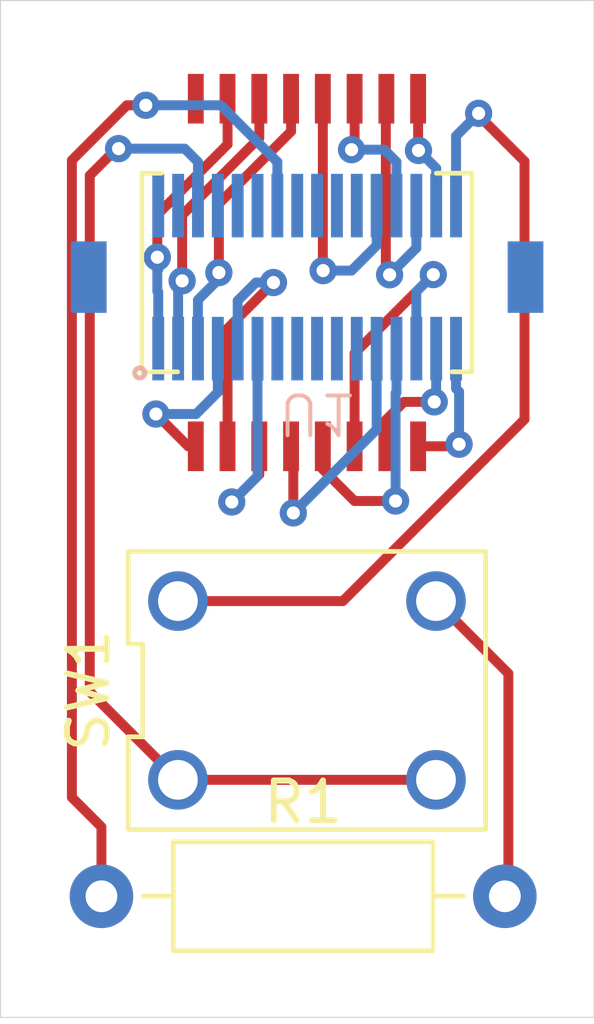
<source format=kicad_pcb>
(kicad_pcb (version 20221018) (generator pcbnew)
  (title_block (title "Button + LCD Screen") (comment 4 "Author: Alex Goodman"))
  (layers (0 "F.Cu" signal) (31 "B.Cu" signal) (34 "B.Paste" user) (35 "F.Paste" user) (36 "B.SilkS" user "B.Silkscreen") (37 "F.SilkS" user "F.Silkscreen") (38 "B.Mask" user) (39 "F.Mask" user) (44 "Edge.Cuts" user))
  (net 0 "")
  (net 1 "Net-(U1-IO5)")
  (net 2 "Net-(U1-IO6)")
  (net 3 "Net-(U1-IO7)")
  (net 4 "Net-(U1-IO8)")
  (net 5 "Net-(U1-IO9)")
  (net 6 "Net-(U1-AD0)")
  (net 7 "Net-(U1-AD1)")
  (net 8 "Net-(U1-AD2)")
  (net 10 "Net-(U1-IO0)")
  (net 11 "Net-(U1-IO3)")
  (net 12 "Net-(U1-IO2)")
  (net 13 "Net-(U1-IO1)")
  (net 14 "Net-(U1-AD3)")
  (net 15 "Net-(U1-AD4{slash}SDA)")
  (net 16 "Net-(U1-AD5{slash}SCL)")
  (net 17 "Net-(U1-3V3)")
  (net 18 "Net-(SW1-K)")
  (net 19 "Net-(SW1-A)")
  (net 26 "Net-(R1-Pad1)")
  (footprint "v3 - habit pcb:DIP-4_177" (layer "F.Cu") (at 158.6932 86.9696)
    (fp_text reference "SW1" (at -5.5 0 90) (layer "F.SilkS"))
    (fp_text value "SW_MEC_5E")
    (fp_line (start -4.5 -3.5) (end -4.5 -1.166666) (stroke (width 0.12)) (layer "F.SilkS"))
    (fp_line (start -4.5 -1.166666) (end -4.14 -1.166666) (stroke (width 0.12)) (layer "F.SilkS"))
    (fp_line (start -4.5 1.166666) (end -4.5 3.499999) (stroke (width 0.12)) (layer "F.SilkS"))
    (fp_line (start -4.5 3.499999) (end 4.5 3.5) (stroke (width 0.12)) (layer "F.SilkS"))
    (fp_line (start -4.14 -1.166666) (end -4.14 1.166666) (stroke (width 0.12)) (layer "F.SilkS"))
    (fp_line (start -4.14 1.166666) (end -4.5 1.166666) (stroke (width 0.12)) (layer "F.SilkS"))
    (fp_line (start 4.5 -3.499999) (end -4.5 -3.5) (stroke (width 0.12)) (layer "F.SilkS"))
    (fp_line (start 4.5 3.5) (end 4.5 -3.499999) (stroke (width 0.12)) (layer "F.SilkS"))
    (pad "1" thru_hole circle (at -3.25 2.25) (size 1.5 1.5) (drill 1) (layers "*.Cu" "*.Mask") (net 17 "Net-(U1-3V3)"))
    (pad "2" thru_hole circle (at 3.25 2.25) (size 1.5 1.5) (drill 1) (layers "*.Cu" "*.Mask") (net 17 "Net-(U1-3V3)"))
    (pad "3" thru_hole circle (at 3.25 -2.25) (size 1.5 1.5) (drill 1) (layers "*.Cu" "*.Mask") (net 18 "Net-(SW1-K)"))
    (pad "4" thru_hole circle (at -3.25 -2.25) (size 1.5 1.5) (drill 1) (layers "*.Cu" "*.Mask") (net 19 "Net-(SW1-A)"))
  )
  (footprint "Resistor_THT:R_Axial_DIN0207_L6.3mm_D2.5mm_P10.16mm_Horizontal" (layer "F.Cu") (at 153.5176 92.1512)
    (fp_text reference "R1" (at 5.08 -2.37) (layer "F.SilkS"))
    (fp_text value "100")
    (fp_line (start 1.04 0) (end 1.81 0) (stroke (width 0.12)) (layer "F.SilkS"))
    (fp_line (start 1.81 -1.37) (end 1.81 1.37) (stroke (width 0.12)) (layer "F.SilkS"))
    (fp_line (start 1.81 1.37) (end 8.35 1.37) (stroke (width 0.12)) (layer "F.SilkS"))
    (fp_line (start 8.35 -1.37) (end 1.81 -1.37) (stroke (width 0.12)) (layer "F.SilkS"))
    (fp_line (start 8.35 1.37) (end 8.35 -1.37) (stroke (width 0.12)) (layer "F.SilkS"))
    (fp_line (start 9.12 0) (end 8.35 0) (stroke (width 0.12)) (layer "F.SilkS"))
    (pad "1" thru_hole circle (at 0 0) (size 1.6 1.6) (drill 0.8) (layers "*.Cu" "*.Mask") (net 26 "Net-(R1-Pad1)"))
    (pad "2" thru_hole oval (at 10.16 0) (size 1.6 1.6) (drill 0.8) (layers "*.Cu" "*.Mask") (net 18 "Net-(SW1-K)"))
  )
  (footprint "v3 - habit pcb:32PinConnector" (layer "F.Cu") (at 158.96705 74.62635 180)
    (fp_text reference "U1" (at 0 -5.3748 180 unlocked) (layer "B.SilkS") (effects (font (thickness 0.1)) (justify mirror)))
    (fp_text value "~" hide)
    (fp_circle (center 4.4852 -4.3503) (end 4.3582 -4.3503) (stroke (width 0.127)) (fill none) (layer "B.SilkS"))
    (pad "1" smd rect (at 4.0188 -3.7374 180) (size 0.3 1.6) (layers "B.Cu" "B.Mask") (net 16 "Net-(U1-AD5{slash}SCL)"))
    (pad "2" smd rect (at 4.0188 -0.1372 180) (size 0.3 1.6) (layers "B.Cu" "B.Mask"))
    (pad "3" smd rect (at 3.5188 -3.7374 180) (size 0.3 1.6) (layers "B.Cu" "B.Mask") (net 15 "Net-(U1-AD4{slash}SDA)"))
    (pad "4" smd rect (at 3.5188 -0.1372 180) (size 0.3 1.6) (layers "B.Cu" "B.Mask"))
    (pad "5" smd rect (at 3.0188 -3.7374 180) (size 0.3 1.6) (layers "B.Cu" "B.Mask") (net 14 "Net-(U1-AD3)"))
    (pad "6" smd rect (at 3.0188 -0.1372 180) (size 0.3 1.6) (layers "B.Cu" "B.Mask") (net 17 "Net-(U1-3V3)"))
    (pad "7" smd rect (at 2.5188 -3.7374 180) (size 0.3 1.6) (layers "B.Cu" "B.Mask") (net 8 "Net-(U1-AD2)"))
    (pad "8" smd rect (at 2.5188 -0.1372 180) (size 0.3 1.6) (layers "B.Cu" "B.Mask"))
    (pad "9" smd rect (at 2.0188 -3.7374 180) (size 0.3 1.6) (layers "B.Cu" "B.Mask") (net 7 "Net-(U1-AD1)"))
    (pad "10" smd rect (at 2.0188 -0.1372 180) (size 0.3 1.6) (layers "B.Cu" "B.Mask"))
    (pad "11" smd rect (at 1.5188 -3.7374 180) (size 0.3 1.6) (layers "B.Cu" "B.Mask") (net 6 "Net-(U1-AD0)"))
    (pad "12" smd rect (at 1.5188 -0.1372 180) (size 0.3 1.6) (layers "B.Cu" "B.Mask"))
    (pad "13" smd rect (at 1.0188 -3.7374 180) (size 0.3 1.6) (layers "B.Cu" "B.Mask"))
    (pad "14" smd rect (at 1.0188 -0.1372 180) (size 0.3 1.6) (layers "B.Cu" "B.Mask") (net 26 "Net-(R1-Pad1)"))
    (pad "15" smd rect (at 0.5188 -3.7374 180) (size 0.3 1.6) (layers "B.Cu" "B.Mask"))
    (pad "16" smd rect (at 0.5188 -0.1372 180) (size 0.3 1.6) (layers "B.Cu" "B.Mask"))
    (pad "17" smd rect (at 0.0188 -3.7374 180) (size 0.3 1.6) (layers "B.Cu" "B.Mask"))
    (pad "18" smd rect (at 0.0188 -0.1372 180) (size 0.3 1.6) (layers "B.Cu" "B.Mask"))
    (pad "19" smd rect (at -0.4812 -3.7374 180) (size 0.3 1.6) (layers "B.Cu" "B.Mask"))
    (pad "20" smd rect (at -0.4812 -0.1372 180) (size 0.3 1.6) (layers "B.Cu" "B.Mask"))
    (pad "21" smd rect (at -0.9812 -3.7374 180) (size 0.3 1.6) (layers "B.Cu" "B.Mask"))
    (pad "22" smd rect (at -0.9812 -0.1372 180) (size 0.3 1.6) (layers "B.Cu" "B.Mask"))
    (pad "23" smd rect (at -1.4812 -3.7374 180) (size 0.3 1.6) (layers "B.Cu" "B.Mask") (net 5 "Net-(U1-IO9)"))
    (pad "24" smd rect (at -1.4812 -0.1372 180) (size 0.3 1.6) (layers "B.Cu" "B.Mask") (net 10 "Net-(U1-IO0)"))
    (pad "25" smd rect (at -1.9812 -3.7374 180) (size 0.3 1.6) (layers "B.Cu" "B.Mask") (net 4 "Net-(U1-IO8)"))
    (pad "26" smd rect (at -1.9812 -0.1372 180) (size 0.3 1.6) (layers "B.Cu" "B.Mask") (net 13 "Net-(U1-IO1)"))
    (pad "27" smd rect (at -2.4812 -3.7374 180) (size 0.3 1.6) (layers "B.Cu" "B.Mask") (net 3 "Net-(U1-IO7)"))
    (pad "28" smd rect (at -2.4812 -0.1372 180) (size 0.3 1.6) (layers "B.Cu" "B.Mask") (net 12 "Net-(U1-IO2)"))
    (pad "29" smd rect (at -2.9812 -3.7374 180) (size 0.3 1.6) (layers "B.Cu" "B.Mask") (net 2 "Net-(U1-IO6)"))
    (pad "30" smd rect (at -2.9812 -0.1372 180) (size 0.3 1.6) (layers "B.Cu" "B.Mask") (net 11 "Net-(U1-IO3)"))
    (pad "31" smd rect (at -3.4812 -3.7374 180) (size 0.3 1.6) (layers "B.Cu" "B.Mask") (net 1 "Net-(U1-IO5)"))
    (pad "32" smd rect (at -3.4812 -0.1372 180) (size 0.3 1.6) (layers "B.Cu" "B.Mask") (net 19 "Net-(SW1-A)"))
    (pad "F1" smd rect (at 5.7688 -1.9373 180) (size 0.9 1.8) (layers "B.Cu" "B.Paste" "B.Mask"))
    (pad "F2" smd rect (at -5.2312 -1.9373 180) (size 0.9 1.8) (layers "B.Cu" "B.Paste" "B.Mask"))
  )
  (footprint "v3 - habit pcb:LCD" (layer "F.Cu") (at 158.6612 76.6178)
    (fp_text reference "U2" hide)
    (fp_text value "~" hide)
    (fp_line (start -4.128 -2.67) (end -4.128 2.33) (stroke (width 0.12)) (layer "F.SilkS"))
    (fp_line (start -4.128 2.33) (end -3.228 2.33) (stroke (width 0.12)) (layer "F.SilkS"))
    (fp_line (start -3.628 -2.67) (end -4.128 -2.67) (stroke (width 0.12)) (layer "F.SilkS"))
    (fp_line (start 3.292 -2.67) (end 4.192 -2.67) (stroke (width 0.12)) (layer "F.SilkS"))
    (fp_line (start 4.192 -2.67) (end 4.192 2.33) (stroke (width 0.12)) (layer "F.SilkS"))
    (fp_line (start 4.192 2.33) (end 3.692 2.33) (stroke (width 0.12)) (layer "F.SilkS"))
    (pad "1" smd rect (at -2.768 4.205) (size 0.4 1.25) (layers "F.Cu" "F.Paste" "F.Mask") (net 8 "Net-(U1-AD2)"))
    (pad "2" smd rect (at -1.968 4.205) (size 0.4 1.25) (layers "F.Cu" "F.Paste" "F.Mask") (net 7 "Net-(U1-AD1)"))
    (pad "3" smd rect (at -1.168 4.205) (size 0.4 1.25) (layers "F.Cu" "F.Paste" "F.Mask") (net 6 "Net-(U1-AD0)"))
    (pad "4" smd rect (at -0.368 4.205) (size 0.4 1.25) (layers "F.Cu" "F.Paste" "F.Mask") (net 5 "Net-(U1-IO9)"))
    (pad "5" smd rect (at 0.432 4.205) (size 0.4 1.25) (layers "F.Cu" "F.Paste" "F.Mask") (net 4 "Net-(U1-IO8)"))
    (pad "6" smd rect (at 1.232 4.205) (size 0.4 1.25) (layers "F.Cu" "F.Paste" "F.Mask") (net 3 "Net-(U1-IO7)"))
    (pad "7" smd rect (at 2.032 4.205) (size 0.4 1.25) (layers "F.Cu" "F.Paste" "F.Mask") (net 2 "Net-(U1-IO6)"))
    (pad "8" smd rect (at 2.832 4.205) (size 0.4 1.25) (layers "F.Cu" "F.Paste" "F.Mask") (net 1 "Net-(U1-IO5)"))
    (pad "9" smd rect (at -2.768 -4.545) (size 0.4 1.25) (layers "F.Cu" "F.Paste" "F.Mask"))
    (pad "10" smd rect (at -1.968 -4.545) (size 0.4 1.25) (layers "F.Cu" "F.Paste" "F.Mask") (net 16 "Net-(U1-AD5{slash}SCL)"))
    (pad "11" smd rect (at -1.168 -4.545) (size 0.4 1.25) (layers "F.Cu" "F.Paste" "F.Mask") (net 15 "Net-(U1-AD4{slash}SDA)"))
    (pad "12" smd rect (at -0.368 -4.545) (size 0.4 1.25) (layers "F.Cu" "F.Paste" "F.Mask") (net 14 "Net-(U1-AD3)"))
    (pad "13" smd rect (at 0.432 -4.545) (size 0.4 1.25) (layers "F.Cu" "F.Paste" "F.Mask") (net 10 "Net-(U1-IO0)"))
    (pad "14" smd rect (at 1.232 -4.545) (size 0.4 1.25) (layers "F.Cu" "F.Paste" "F.Mask") (net 13 "Net-(U1-IO1)"))
    (pad "15" smd rect (at 2.032 -4.545) (size 0.4 1.25) (layers "F.Cu" "F.Paste" "F.Mask") (net 12 "Net-(U1-IO2)"))
    (pad "16" smd rect (at 2.832 -4.545) (size 0.4 1.25) (layers "F.Cu" "F.Paste" "F.Mask") (net 11 "Net-(U1-IO3)"))
  )
  (gr_rect (start 150.975 69.6) (end 165.925 95.2) (stroke (width 0.0254)) (fill none) (layer "Edge.Cuts"))
  (segment (start 162.5246 80.772) (end 162.4738 80.8228) (width 0.25) (layer "F.Cu") (net 1))
  (segment (start 162.4738 80.8228) (end 161.4932 80.8228) (width 0.25) (layer "F.Cu") (net 1))
  (via (at 162.5246 80.772) (size 0.6858) (drill 0.3302) (layers "F.Cu" "B.Cu") (net 1))
  (segment (start 162.5246 80.772) (end 162.5246 79.446316) (width 0.25) (layer "B.Cu") (net 1))
  (segment (start 162.44825 79.369966) (end 162.44825 78.36375) (width 0.25) (layer "B.Cu") (net 1))
  (segment (start 162.5246 79.446316) (end 162.44825 79.369966) (width 0.25) (layer "B.Cu") (net 1))
  (segment (start 160.6932 80.1478) (end 160.6932 80.8228) (width 0.25) (layer "F.Cu") (net 2))
  (segment (start 161.1358 79.7052) (end 161.8996 79.7052) (width 0.25) (layer "F.Cu") (net 2))
  (segment (start 161.1358 79.7052) (end 160.6932 80.1478) (width 0.25) (layer "F.Cu") (net 2))
  (via (at 161.8996 79.7052) (size 0.6858) (drill 0.3302) (layers "F.Cu" "B.Cu") (net 2))
  (segment (start 161.94825 78.36375) (end 161.94825 79.65655) (width 0.25) (layer "B.Cu") (net 2))
  (segment (start 161.94825 79.65655) (end 161.8996 79.7052) (width 0.25) (layer "B.Cu") (net 2))
  (segment (start 159.8932 78.4818) (end 159.8932 80.8228) (width 0.25) (layer "F.Cu") (net 3))
  (segment (start 161.875 76.5) (end 159.8932 78.4818) (width 0.25) (layer "F.Cu") (net 3))
  (via (at 161.875 76.5) (size 0.6858) (drill 0.3302) (layers "F.Cu" "B.Cu") (net 3))
  (segment (start 161.875 76.5) (end 161.44825 76.92675) (width 0.25) (layer "B.Cu") (net 3))
  (segment (start 161.44825 76.92675) (end 161.44825 78.36375) (width 0.25) (layer "B.Cu") (net 3))
  (segment (start 159.0932 81.4026) (end 159.0932 80.8228) (width 0.25) (layer "F.Cu") (net 4))
  (segment (start 159.8906 82.2) (end 159.0932 81.4026) (width 0.25) (layer "F.Cu") (net 4))
  (segment (start 160.925 82.2) (end 159.8906 82.2) (width 0.25) (layer "F.Cu") (net 4))
  (via (at 160.925 82.2) (size 0.6858) (drill 0.3302) (layers "F.Cu" "B.Cu") (net 4))
  (segment (start 160.94825 79.46375) (end 160.94825 78.36375) (width 0.25) (layer "B.Cu") (net 4))
  (segment (start 160.925 79.487) (end 160.94825 79.46375) (width 0.25) (layer "B.Cu") (net 4))
  (segment (start 160.925 82.2) (end 160.925 79.487) (width 0.25) (layer "B.Cu") (net 4))
  (segment (start 158.35 82.5) (end 158.35 80.8796) (width 0.25) (layer "F.Cu") (net 5))
  (segment (start 158.35 80.8796) (end 158.2932 80.8228) (width 0.25) (layer "F.Cu") (net 5))
  (via (at 158.35 82.5) (size 0.6858) (drill 0.3302) (layers "F.Cu" "B.Cu") (net 5))
  (segment (start 160.44825 80.40175) (end 160.44825 78.36375) (width 0.25) (layer "B.Cu") (net 5))
  (segment (start 158.35 82.5) (end 160.44825 80.40175) (width 0.25) (layer "B.Cu") (net 5))
  (segment (start 157.4932 81.5318) (end 157.4932 80.8228) (width 0.25) (layer "F.Cu") (net 6))
  (segment (start 156.8 82.225) (end 157.4932 81.5318) (width 0.25) (layer "F.Cu") (net 6))
  (via (at 156.8 82.225) (size 0.6858) (drill 0.3302) (layers "F.Cu" "B.Cu") (net 6))
  (segment (start 157.44825 81.57675) (end 157.44825 78.36375) (width 0.25) (layer "B.Cu") (net 6))
  (segment (start 156.8 82.225) (end 157.44825 81.57675) (width 0.25) (layer "B.Cu") (net 6))
  (segment (start 156.6932 77.8568) (end 156.6932 80.8228) (width 0.25) (layer "F.Cu") (net 7))
  (segment (start 157.85 76.7) (end 156.6932 77.8568) (width 0.25) (layer "F.Cu") (net 7))
  (via (at 157.85 76.7) (size 0.6858) (drill 0.3302) (layers "F.Cu" "B.Cu") (net 7))
  (segment (start 157.406684 76.7) (end 156.94825 77.158434) (width 0.25) (layer "B.Cu") (net 7))
  (segment (start 156.94825 77.158434) (end 156.94825 78.36375) (width 0.25) (layer "B.Cu") (net 7))
  (segment (start 157.85 76.7) (end 157.406684 76.7) (width 0.25) (layer "B.Cu") (net 7))
  (segment (start 155.702 80.8228) (end 154.8892 80.01) (width 0.25) (layer "F.Cu") (net 8))
  (segment (start 155.8932 80.8228) (end 155.702 80.8228) (width 0.25) (layer "F.Cu") (net 8))
  (via (at 154.8892 80.01) (size 0.6858) (drill 0.3302) (layers "F.Cu" "B.Cu") (net 8))
  (segment (start 155.902 80.01) (end 154.8892 80.01) (width 0.25) (layer "B.Cu") (net 8))
  (segment (start 156.44825 79.46375) (end 155.902 80.01) (width 0.25) (layer "B.Cu") (net 8))
  (segment (start 156.44825 78.36375) (end 156.44825 79.46375) (width 0.25) (layer "B.Cu") (net 8))
  (segment (start 159.0932 76.3932) (end 159.0932 72.0728) (width 0.25) (layer "F.Cu") (net 10))
  (segment (start 159.1 76.4) (end 159.0932 76.3932) (width 0.25) (layer "F.Cu") (net 10))
  (via (at 159.1 76.4) (size 0.6858) (drill 0.3302) (layers "F.Cu" "B.Cu") (net 10))
  (segment (start 159.8166 76.4) (end 160.44825 75.76835) (width 0.25) (layer "B.Cu") (net 10))
  (segment (start 160.44825 75.76835) (end 160.44825 74.76355) (width 0.25) (layer "B.Cu") (net 10))
  (segment (start 159.1 76.4) (end 159.8166 76.4) (width 0.25) (layer "B.Cu") (net 10))
  (segment (start 161.502046 73.374913) (end 161.4932 73.366067) (width 0.25) (layer "F.Cu") (net 11))
  (segment (start 161.4932 73.366067) (end 161.4932 72.0728) (width 0.25) (layer "F.Cu") (net 11))
  (via (at 161.502046 73.374913) (size 0.6858) (drill 0.3302) (layers "F.Cu" "B.Cu") (net 11))
  (segment (start 161.502046 73.374913) (end 161.94825 73.821117) (width 0.25) (layer "B.Cu") (net 11))
  (segment (start 161.94825 73.821117) (end 161.94825 74.76355) (width 0.25) (layer "B.Cu") (net 11))
  (segment (start 160.6804 76.4104) (end 160.6804 72.0856) (width 0.25) (layer "F.Cu") (net 12))
  (segment (start 160.6804 72.0856) (end 160.6932 72.0728) (width 0.25) (layer "F.Cu") (net 12))
  (segment (start 160.7748 76.5048) (end 160.6804 76.4104) (width 0.25) (layer "F.Cu") (net 12))
  (via (at 160.7748 76.5048) (size 0.6858) (drill 0.3302) (layers "F.Cu" "B.Cu") (net 12))
  (segment (start 160.7748 76.5048) (end 161.44825 75.83135) (width 0.25) (layer "B.Cu") (net 12))
  (segment (start 161.44825 75.83135) (end 161.44825 74.76355) (width 0.25) (layer "B.Cu") (net 12))
  (segment (start 159.8168 73.3552) (end 159.8932 73.2788) (width 0.25) (layer "F.Cu") (net 13))
  (segment (start 159.8932 73.2788) (end 159.8932 72.0728) (width 0.25) (layer "F.Cu") (net 13))
  (via (at 159.8168 73.3552) (size 0.6858) (drill 0.3302) (layers "F.Cu" "B.Cu") (net 13))
  (segment (start 160.94825 74.76355) (end 160.94825 73.66355) (width 0.25) (layer "B.Cu") (net 13))
  (segment (start 160.94825 73.66355) (end 160.6399 73.3552) (width 0.25) (layer "B.Cu") (net 13))
  (segment (start 160.6399 73.3552) (end 159.8168 73.3552) (width 0.25) (layer "B.Cu") (net 13))
  (segment (start 158.2932 72.896086) (end 158.2932 72.0728) (width 0.25) (layer "F.Cu") (net 14))
  (segment (start 156.475 76.45) (end 156.475 74.714286) (width 0.25) (layer "F.Cu") (net 14))
  (segment (start 156.475 74.714286) (end 158.2932 72.896086) (width 0.25) (layer "F.Cu") (net 14))
  (via (at 156.475 76.45) (size 0.6858) (drill 0.3302) (layers "F.Cu" "B.Cu") (net 14))
  (segment (start 156.475 76.45) (end 156.475 76.609037) (width 0.25) (layer "B.Cu") (net 14))
  (segment (start 156.475 76.609037) (end 155.94825 77.135787) (width 0.25) (layer "B.Cu") (net 14))
  (segment (start 155.94825 77.135787) (end 155.94825 78.36375) (width 0.25) (layer "B.Cu") (net 14))
  (segment (start 157.4932 72.0728) (end 157.4932 73.05969) (width 0.25) (layer "F.Cu") (net 15))
  (segment (start 155.5496 75.00329) (end 155.5496 76.6572) (width 0.25) (layer "F.Cu") (net 15))
  (segment (start 157.4932 73.05969) (end 155.5496 75.00329) (width 0.25) (layer "F.Cu") (net 15))
  (via (at 155.5496 76.6572) (size 0.6858) (drill 0.3302) (layers "F.Cu" "B.Cu") (net 15))
  (segment (start 155.44825 78.36375) (end 155.44825 76.75855) (width 0.25) (layer "B.Cu") (net 15))
  (segment (start 155.44825 76.75855) (end 155.5496 76.6572) (width 0.25) (layer "B.Cu") (net 15))
  (segment (start 154.9251 76.063052) (end 154.9251 74.991394) (width 0.25) (layer "F.Cu") (net 16))
  (segment (start 154.9251 74.991394) (end 156.6932 73.223294) (width 0.25) (layer "F.Cu") (net 16))
  (segment (start 156.6932 73.223294) (end 156.6932 72.0728) (width 0.25) (layer "F.Cu") (net 16))
  (via (at 154.9251 76.063052) (size 0.6858) (drill 0.3302) (layers "F.Cu" "B.Cu") (net 16))
  (segment (start 154.9251 76.063052) (end 154.94825 76.086202) (width 0.25) (layer "B.Cu") (net 16))
  (segment (start 154.9246 76.916084) (end 154.94825 76.939734) (width 0.25) (layer "B.Cu") (net 16))
  (segment (start 154.94825 76.374666) (end 154.9246 76.398316) (width 0.25) (layer "B.Cu") (net 16))
  (segment (start 154.94825 76.939734) (end 154.94825 78.36375) (width 0.25) (layer "B.Cu") (net 16))
  (segment (start 154.94825 76.086202) (end 154.94825 76.374666) (width 0.25) (layer "B.Cu") (net 16))
  (segment (start 154.9246 76.398316) (end 154.9246 76.916084) (width 0.25) (layer "B.Cu") (net 16))
  (segment (start 153.22325 74.00515) (end 153.898953 73.329447) (width 0.25) (layer "F.Cu") (net 17))
  (segment (start 153.22325 86.99965) (end 153.22325 74.00515) (width 0.25) (layer "F.Cu") (net 17))
  (segment (start 155.4432 89.2196) (end 153.22325 86.99965) (width 0.25) (layer "F.Cu") (net 17))
  (segment (start 153.898953 73.329447) (end 153.949047 73.329447) (width 0.25) (layer "F.Cu") (net 17))
  (segment (start 161.9432 89.2196) (end 155.4432 89.2196) (width 0.25) (layer "F.Cu") (net 17))
  (via (at 153.949047 73.329447) (size 0.6858) (drill 0.3302) (layers "F.Cu" "B.Cu") (net 17))
  (segment (start 155.614147 73.329447) (end 155.94825 73.66355) (width 0.25) (layer "B.Cu") (net 17))
  (segment (start 155.94825 73.66355) (end 155.94825 74.76355) (width 0.25) (layer "B.Cu") (net 17))
  (segment (start 153.949047 73.329447) (end 155.614147 73.329447) (width 0.25) (layer "B.Cu") (net 17))
  (segment (start 163.766399 86.542799) (end 163.766399 92.722801) (width 0.25) (layer "F.Cu") (net 18))
  (segment (start 161.9432 84.7196) (end 163.766399 86.542799) (width 0.25) (layer "F.Cu") (net 18))
  (segment (start 159.597884 84.7196) (end 164.17325 80.144234) (width 0.25) (layer "F.Cu") (net 19))
  (segment (start 162.9664 72.4408) (end 163.068 72.5424) (width 0.25) (layer "F.Cu") (net 19))
  (segment (start 163.0172 72.4916) (end 163.0172 72.4408) (width 0.25) (layer "F.Cu") (net 19))
  (segment (start 163.0172 72.4408) (end 162.9664 72.4408) (width 0.25) (layer "F.Cu") (net 19))
  (segment (start 164.17325 80.144234) (end 164.17325 73.64765) (width 0.25) (layer "F.Cu") (net 19))
  (segment (start 164.17325 73.64765) (end 163.0172 72.4916) (width 0.25) (layer "F.Cu") (net 19))
  (segment (start 155.4432 84.7196) (end 159.597884 84.7196) (width 0.25) (layer "F.Cu") (net 19))
  (via (at 163.0172 72.4408) (size 0.6858) (drill 0.3302) (layers "F.Cu" "B.Cu") (net 19))
  (segment (start 162.44825 74.76355) (end 162.44825 73.00975) (width 0.25) (layer "B.Cu") (net 19))
  (segment (start 162.44825 73.00975) (end 163.0172 72.4408) (width 0.25) (layer "B.Cu") (net 19))
  (segment (start 152.77325 89.662) (end 153.5176 90.40635) (width 0.25) (layer "F.Cu") (net 26))
  (segment (start 152.77325 73.622066) (end 154.157716 72.2376) (width 0.25) (layer "F.Cu") (net 26))
  (segment (start 152.77325 89.662) (end 152.77325 73.622066) (width 0.25) (layer "F.Cu") (net 26))
  (segment (start 154.157716 72.2376) (end 154.6352 72.2376) (width 0.25) (layer "F.Cu") (net 26))
  (segment (start 153.5176 90.40635) (end 153.5176 92.1512) (width 0.25) (layer "F.Cu") (net 26))
  (via (at 154.6352 72.2376) (size 0.6858) (drill 0.3302) (layers "F.Cu" "B.Cu") (net 26))
  (segment (start 157.94825 73.66355) (end 156.5223 72.2376) (width 0.25) (layer "B.Cu") (net 26))
  (segment (start 157.94825 74.76355) (end 157.94825 73.66355) (width 0.25) (layer "B.Cu") (net 26))
  (segment (start 156.5223 72.2376) (end 154.6352 72.2376) (width 0.25) (layer "B.Cu") (net 26))
)
</source>
